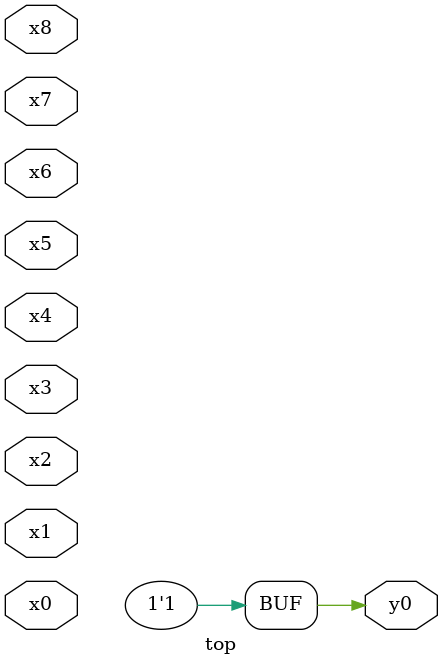
<source format=v>
module top( x0 , x1 , x2 , x3 , x4 , x5 , x6 , x7 , x8 , y0 );
  input x0 , x1 , x2 , x3 , x4 , x5 , x6 , x7 , x8 ;
  output y0 ;
  assign y0 = ~1'b0 ;
endmodule

</source>
